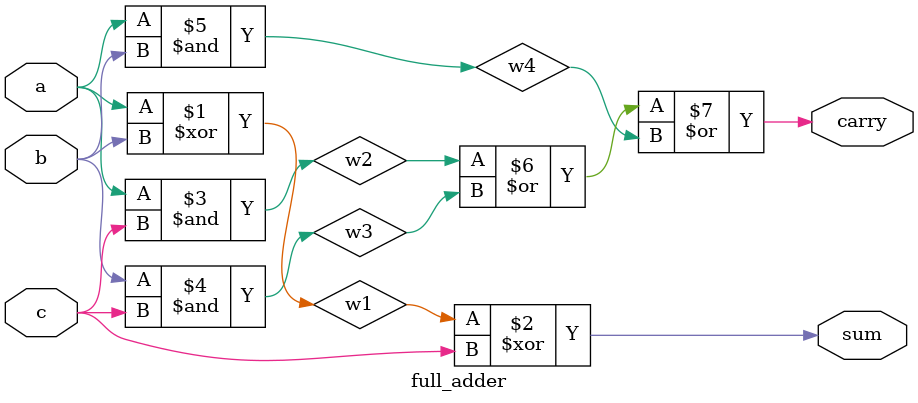
<source format=v>
	module testbench();
		wire[3:0] x,y,s;
		wire cin,cout;
			test_adder test (x,y,s,cin,cout);
			four_bit_adder adder (x,y,s,cin,cout);
	endmodule

	module test_adder(a_in,b_in,sum,cin,cout);
		input[3:0] sum;  //sum
		input cout;   	//carry out
		output[3:0] a_in,b_in	;	//a_in, b_in
		output cin;			//carry_in
		reg[3:0] a_in,b_in;
		reg cin;			//carry_in
		initial
			begin
			$monitor($time," a=%b, b=%b, c=%b, sum=%b, carry=%b ",a_in,b_in,cin,sum,cout);
			$display($time," a=%b, b=%b, c=%b, sum=%b, carry=%b ",a_in,b_in,cin,sum,cout);
				//#1 a_in=0;b_in=0;cin=0;
				#1	a_in=2;b_in=3;cin=0;
				
				#1	a_in=1;b_in=7;cin=0;
			
			//	#20	a_in=15;b_in=3;cin=0;
				
			//	#20	a_in=18;b_in=7;cin=0;
				#20
			//	#1  a_in=4;b_in=13;cin=0;
			//	#1 a=1;b=7;cin=0;
			//	#20 a=1;b=30;cin=0;
				
			$display($time," a=%d, b=%d, c=%b, s=%d, carry=%b ",a_in,b_in,cin,sum,cout);	
			end
	endmodule

 //four bit adder
	module four_bit_adder(input[3:0] A,B,output[3:0]Sum,input carry_in,output carry_out);
		wire carry_in_1,carry_in_2,carry_in_3;		//intermediate carries;
		
		//instantiate chain of full adders :)
		full_adder	FA0(Sum[0],carry_in_1,A[0],B[0],carry_in),
					FA1(Sum[1],carry_in_2,A[1],B[1],carry_in_1),
					FA2(Sum[2],carry_in_3,A[2],B[2],carry_in_2),
					FA3(Sum[3],carry_out, A[3],B[3],carry_in_3);
	endmodule				

//full adder 
	module full_adder(output sum,carry,input a,b,c);
		wire w1,w2,w3,w4;
		wire sum,carry;
			xor (w1,a,b);
			xor (sum,w1,c);
			and (w2,a,c);
			and (w3,b,c);
			and (w4,a,b);
			or (carry,w2,w3,w4);
		
	endmodule	
</source>
